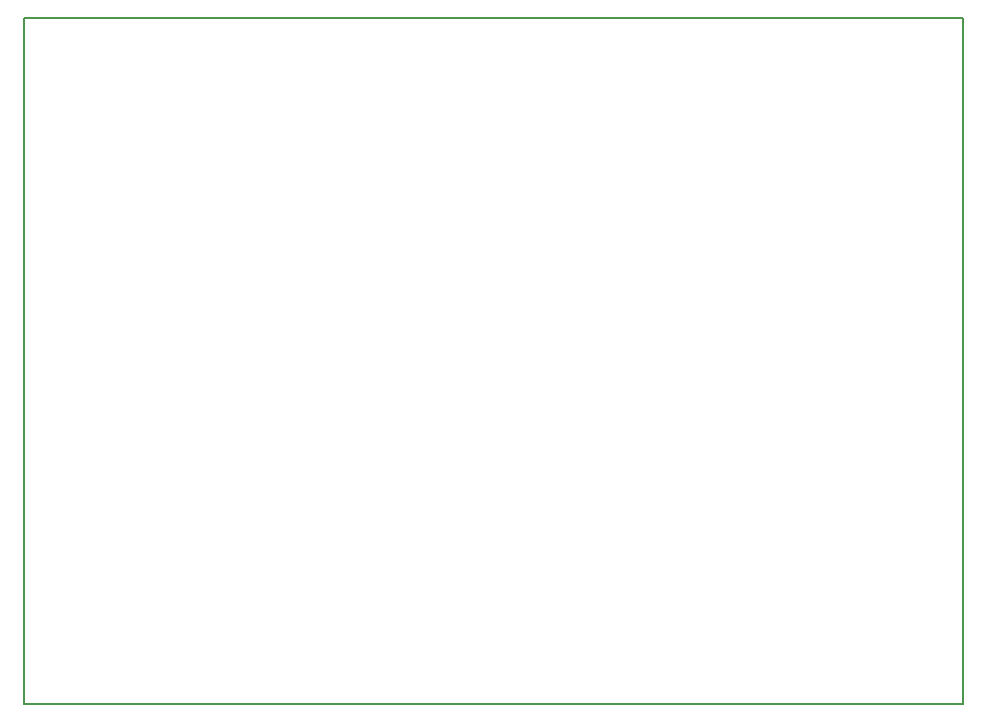
<source format=gbr>
G04 #@! TF.FileFunction,Profile,NP*
%FSLAX46Y46*%
G04 Gerber Fmt 4.6, Leading zero omitted, Abs format (unit mm)*
G04 Created by KiCad (PCBNEW 4.0.7) date 07/17/19 22:20:44*
%MOMM*%
%LPD*%
G01*
G04 APERTURE LIST*
%ADD10C,0.100000*%
%ADD11C,0.150000*%
G04 APERTURE END LIST*
D10*
D11*
X82740500Y-164528500D02*
X82740500Y-106426000D01*
X162179000Y-164528500D02*
X82740500Y-164528500D01*
X162179000Y-106426000D02*
X162179000Y-164528500D01*
X82740500Y-106426000D02*
X162179000Y-106426000D01*
M02*

</source>
